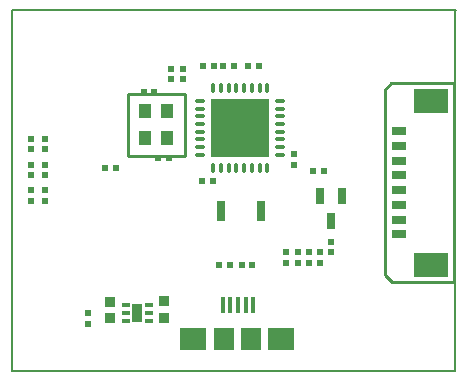
<source format=gtp>
%FSLAX25Y25*%
%MOIN*%
G70*
G01*
G75*
G04 Layer_Color=8421504*
%ADD10R,0.11811X0.08268*%
%ADD11R,0.05118X0.03150*%
%ADD12R,0.01969X0.01969*%
%ADD13R,0.01969X0.01969*%
%ADD14R,0.19291X0.19291*%
%ADD15O,0.01378X0.03740*%
%ADD16O,0.03740X0.01378*%
%ADD17R,0.07087X0.07480*%
%ADD18R,0.09055X0.07480*%
%ADD19R,0.01575X0.05512*%
%ADD20R,0.04134X0.05118*%
%ADD21R,0.03150X0.06693*%
%ADD22R,0.02559X0.05315*%
%ADD23R,0.02756X0.01181*%
%ADD24R,0.03504X0.06299*%
%ADD25R,0.03740X0.03740*%
%ADD26R,0.01969X0.02362*%
%ADD27R,0.02362X0.01969*%
%ADD28C,0.01000*%
%ADD29C,0.01575*%
%ADD30C,0.03543*%
%ADD31C,0.03150*%
%ADD32C,0.00787*%
%ADD33C,0.02165*%
%ADD34C,0.11811*%
%ADD35C,0.02598*%
%ADD36R,0.04724X0.05315*%
%ADD37R,0.03937X0.01378*%
%ADD38R,0.19600X0.21400*%
%ADD39C,0.00984*%
%ADD40C,0.00394*%
%ADD41C,0.00591*%
%ADD42C,0.00709*%
%ADD43C,0.00276*%
%ADD44C,0.00291*%
D10*
X139700Y35400D02*
D03*
Y89928D02*
D03*
D11*
X128873Y45439D02*
D03*
Y50361D02*
D03*
Y55282D02*
D03*
Y60203D02*
D03*
Y65124D02*
D03*
Y70046D02*
D03*
Y74967D02*
D03*
Y79888D02*
D03*
D12*
X25200Y15620D02*
D03*
Y19164D02*
D03*
X93900Y68721D02*
D03*
Y72264D02*
D03*
X52900Y97120D02*
D03*
Y100664D02*
D03*
X56800Y97120D02*
D03*
Y100664D02*
D03*
X10900Y65121D02*
D03*
Y68664D02*
D03*
Y73821D02*
D03*
Y77364D02*
D03*
X98900Y35921D02*
D03*
Y39464D02*
D03*
X91300Y35921D02*
D03*
Y39464D02*
D03*
X95100Y35921D02*
D03*
Y39464D02*
D03*
X102600Y35921D02*
D03*
Y39464D02*
D03*
X106300Y43080D02*
D03*
Y39536D02*
D03*
X10900Y56721D02*
D03*
Y60264D02*
D03*
D13*
X30920Y67600D02*
D03*
X34464D02*
D03*
X63520Y101700D02*
D03*
X67064D02*
D03*
X73779D02*
D03*
X70236D02*
D03*
X103779Y66500D02*
D03*
X100236D02*
D03*
X78720Y101700D02*
D03*
X82264D02*
D03*
X47280Y92900D02*
D03*
X43736D02*
D03*
X48621Y71000D02*
D03*
X52164D02*
D03*
X63320Y63400D02*
D03*
X66864D02*
D03*
X72579Y35300D02*
D03*
X69036D02*
D03*
D14*
X76000Y81000D02*
D03*
D15*
X79839Y94287D02*
D03*
X72161D02*
D03*
X79839Y67713D02*
D03*
X72161D02*
D03*
X67043Y94287D02*
D03*
X69602D02*
D03*
X67043Y67713D02*
D03*
X69602D02*
D03*
X77280Y94287D02*
D03*
X74721D02*
D03*
X77280Y67713D02*
D03*
X74721D02*
D03*
X84957Y94287D02*
D03*
X82398D02*
D03*
X84957Y67713D02*
D03*
X82398D02*
D03*
D16*
X62713Y84839D02*
D03*
Y77161D02*
D03*
X89287Y84839D02*
D03*
Y77161D02*
D03*
X62713Y89957D02*
D03*
Y87398D02*
D03*
Y82279D02*
D03*
Y79720D02*
D03*
Y72043D02*
D03*
Y74602D02*
D03*
X89287Y89957D02*
D03*
Y87398D02*
D03*
Y82279D02*
D03*
Y79720D02*
D03*
Y72043D02*
D03*
Y74602D02*
D03*
D17*
X79400Y10679D02*
D03*
X70400D02*
D03*
D18*
X60100D02*
D03*
X89600D02*
D03*
D19*
X80336Y21900D02*
D03*
X77777D02*
D03*
X75218D02*
D03*
X72659D02*
D03*
X70100D02*
D03*
D20*
X44216Y86555D02*
D03*
Y77500D02*
D03*
X51500Y86555D02*
D03*
Y77500D02*
D03*
D21*
X69414Y53300D02*
D03*
X82800D02*
D03*
D22*
X106300Y49868D02*
D03*
X102560Y58332D02*
D03*
X110040D02*
D03*
D23*
X37783Y21759D02*
D03*
Y19200D02*
D03*
Y16641D02*
D03*
X45617Y21759D02*
D03*
Y19200D02*
D03*
Y16641D02*
D03*
D24*
X41700Y19200D02*
D03*
D25*
X32700Y23000D02*
D03*
Y17500D02*
D03*
X50700Y23100D02*
D03*
Y17600D02*
D03*
D26*
X6300Y56736D02*
D03*
Y60280D02*
D03*
Y65136D02*
D03*
Y68679D02*
D03*
Y73836D02*
D03*
Y77380D02*
D03*
D27*
X76436Y35300D02*
D03*
X79979D02*
D03*
D28*
X124100Y31800D02*
Y93700D01*
X126200Y95800D01*
X147200D01*
Y29500D02*
Y95800D01*
X126400Y29500D02*
X147200D01*
X124100Y31800D02*
X126400Y29500D01*
X38705Y92264D02*
X39689D01*
X38705Y71595D02*
Y92264D01*
Y71595D02*
X39689D01*
X57406D01*
Y72579D01*
Y92264D01*
X39689D02*
X57406D01*
D32*
X0Y120100D02*
X147800D01*
X147638Y0D02*
Y120100D01*
X0Y0D02*
X147638D01*
X0D02*
Y120100D01*
M02*

</source>
